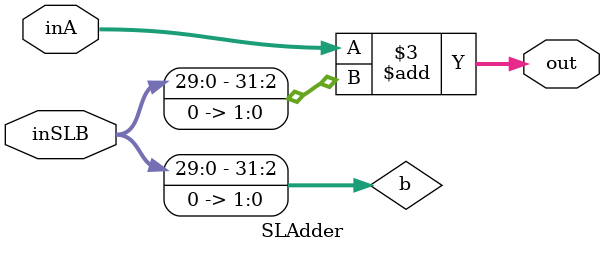
<source format=v>
`timescale 1ns / 1ps


module SLAdder(inA, inSLB, out);
    input [31:0] inA, inSLB;
    output reg [31:0] out;
	
	integer b;
	
	always @(inA, inSLB) begin
		b = inSLB<<2;
		out = inA + b;
    end
endmodule

</source>
